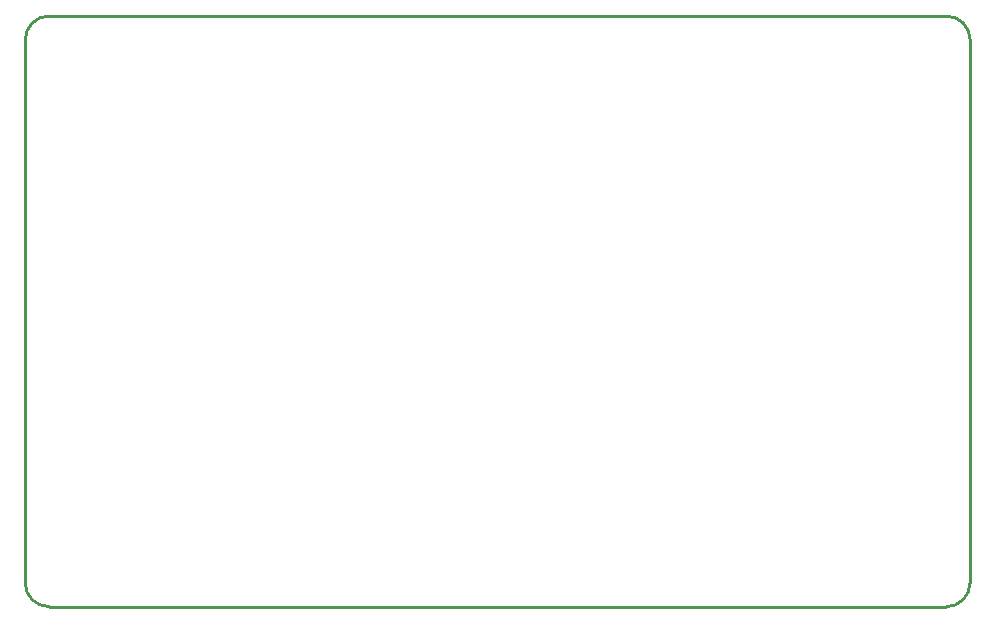
<source format=gko>
G04 Layer: BoardOutlineLayer*
G04 EasyEDA Pro v2.2.37.7, 2025-04-09 10:13:22*
G04 Gerber Generator version 0.3*
G04 Scale: 100 percent, Rotated: No, Reflected: No*
G04 Dimensions in millimeters*
G04 Leading zeros omitted, absolute positions, 4 integers and 5 decimals*
%FSLAX45Y45*%
%MOMM*%
%ADD10C,0.254*%
G75*


G04 Rect Start*
G54D10*
G01X0Y-4800000D02*
G01X0Y-200000D01*
G02X200000Y0I200000J0D01*
G01X7800000Y0D01*
G02X8000000Y-200000I0J-200000D01*
G01X8000000Y-4800000D01*
G02X7800000Y-5000000I-200000J0D01*
G01X200000Y-5000000D01*
G02X0Y-4800000I0J200000D01*
G04 Rect End*

M02*


</source>
